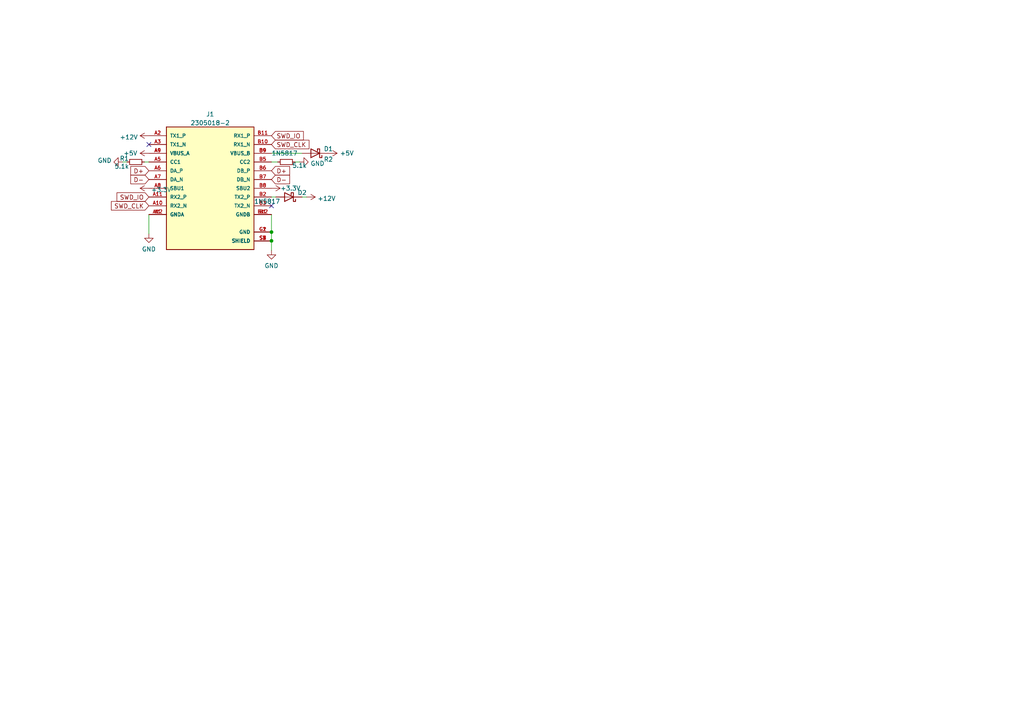
<source format=kicad_sch>
(kicad_sch (version 20211123) (generator eeschema)
  (paper "A4")
  (lib_symbols
    (symbol "2305018-2:2305018-2" (pin_names (offset 1.016))
      (property "Reference" "J" (at -12.7105 18.0489 0))
      (property "Value" "2305018-2" (at -12.71 -20.3361 0))
      (symbol "2305018-2_0_0"
        (rectangle (start -12.7 -17.78) (end 12.7 17.78) (stroke (width 0.254)) (fill (type background)))
        (pin passive line (at -17.78 -7.62 0) (length 5.08) (name "GNDA") (number "A1"))
        (pin passive line (at -17.78 -5.08 0) (length 5.08) (name "RX2_N") (number "A10"))
        (pin passive line (at -17.78 -2.54 0) (length 5.08) (name "RX2_P") (number "A11"))
        (pin passive line (at -17.78 -7.62 0) (length 5.08) (name "GNDA") (number "A12"))
        (pin passive line (at -17.78 15.24 0) (length 5.08) (name "TX1_P") (number "A2"))
        (pin passive line (at -17.78 12.7 0) (length 5.08) (name "TX1_N") (number "A3"))
        (pin passive line (at -17.78 10.16 0) (length 5.08) (name "VBUS_A") (number "A4"))
        (pin passive line (at -17.78 7.62 0) (length 5.08) (name "CC1") (number "A5"))
        (pin passive line (at -17.78 5.08 0) (length 5.08) (name "DA_P") (number "A6"))
        (pin passive line (at -17.78 2.54 0) (length 5.08) (name "DA_N") (number "A7"))
        (pin passive line (at -17.78 0 0) (length 5.08) (name "SBU1") (number "A8"))
        (pin passive line (at -17.78 10.16 0) (length 5.08) (name "VBUS_A") (number "A9"))
        (pin passive line (at 17.78 -7.62 180) (length 5.08) (name "GNDB") (number "B1"))
        (pin passive line (at 17.78 12.7 180) (length 5.08) (name "RX1_N") (number "B10"))
        (pin passive line (at 17.78 15.24 180) (length 5.08) (name "RX1_P") (number "B11"))
        (pin passive line (at 17.78 -7.62 180) (length 5.08) (name "GNDB") (number "B12"))
        (pin passive line (at 17.78 -2.54 180) (length 5.08) (name "TX2_P") (number "B2"))
        (pin passive line (at 17.78 -5.08 180) (length 5.08) (name "TX2_N") (number "B3"))
        (pin passive line (at 17.78 10.16 180) (length 5.08) (name "VBUS_B") (number "B4"))
        (pin passive line (at 17.78 7.62 180) (length 5.08) (name "CC2") (number "B5"))
        (pin passive line (at 17.78 5.08 180) (length 5.08) (name "DB_P") (number "B6"))
        (pin passive line (at 17.78 2.54 180) (length 5.08) (name "DB_N") (number "B7"))
        (pin passive line (at 17.78 0 180) (length 5.08) (name "SBU2") (number "B8"))
        (pin passive line (at 17.78 10.16 180) (length 5.08) (name "VBUS_B") (number "B9"))
        (pin power_in line (at 17.78 -12.7 180) (length 5.08) (name "GND") (number "G1"))
        (pin power_in line (at 17.78 -12.7 180) (length 5.08) (name "GND") (number "G2"))
        (pin power_in line (at 17.78 -15.24 180) (length 5.08) (name "SHIELD") (number "S1"))
        (pin power_in line (at 17.78 -15.24 180) (length 5.08) (name "SHIELD") (number "S2"))
        (pin power_in line (at 17.78 -15.24 180) (length 5.08) (name "SHIELD") (number "S3"))
        (pin power_in line (at 17.78 -15.24 180) (length 5.08) (name "SHIELD") (number "S4"))
      )
    )
    (symbol "Device:R_Small" (pin_numbers hide) (pin_names (offset 0.254) hide)
      (property "Reference" "R" (at 0.762 0.508 0))
      (property "Value" "R_Small" (at 0.762 -1.016 0))
      (symbol "R_Small_0_1"
        (rectangle (start -0.762 1.778) (end 0.762 -1.778) (stroke (width 0.2032)))
      )
      (symbol "R_Small_1_1"
        (pin passive line (at 0 2.54 270) (length 0.762) (name "~") (number "1"))
        (pin passive line (at 0 -2.54 90) (length 0.762) (name "~") (number "2"))
      )
    )
    (symbol "Diode:1N5817" (pin_numbers hide) (pin_names (offset 1.016) hide)
      (property "Reference" "D" (at 0 2.54 0))
      (property "Value" "1N5817" (at 0 -2.54 0))
      (symbol "1N5817_0_1"
        (polyline (pts (xy 1.27 0) (xy -1.27 0)))
        (polyline (pts (xy 1.27 1.27) (xy 1.27 -1.27) (xy -1.27 0) (xy 1.27 1.27)) (stroke (width 0.254)))
        (polyline (pts (xy -1.905 0.635) (xy -1.905 1.27) (xy -1.27 1.27) (xy -1.27 -1.27) (xy -0.635 -1.27) (xy -0.635 -0.635)) (stroke (width 0.254)))
      )
      (symbol "1N5817_1_1"
        (pin passive line (at -3.81 0 0) (length 2.54) (name "K") (number "1"))
        (pin passive line (at 3.81 0 180) (length 2.54) (name "A") (number "2"))
      )
    )
    (symbol "power:+12V" (power) (pin_names (offset 0))
      (property "Value" "+12V" (at 0 3.556 0))
      (symbol "+12V_0_1"
        (polyline (pts (xy -0.762 1.27) (xy 0 2.54)))
        (polyline (pts (xy 0 0) (xy 0 2.54)))
        (polyline (pts (xy 0 2.54) (xy 0.762 1.27)))
      )
      (symbol "+12V_1_1"
        (pin power_in line (at 0 0 90) (length 0) hide (name "+12V") (number "1"))
      )
    )
    (symbol "power:+3.3V" (power) (pin_names (offset 0))
      (property "Value" "+3.3V" (at 0 3.556 0))
      (symbol "+3.3V_0_1"
        (polyline (pts (xy -0.762 1.27) (xy 0 2.54)))
        (polyline (pts (xy 0 0) (xy 0 2.54)))
        (polyline (pts (xy 0 2.54) (xy 0.762 1.27)))
      )
      (symbol "+3.3V_1_1"
        (pin power_in line (at 0 0 90) (length 0) hide (name "+3.3V") (number "1"))
      )
    )
    (symbol "power:+5V" (power) (pin_names (offset 0))
      (property "Value" "+5V" (at 0 3.556 0))
      (symbol "+5V_0_1"
        (polyline (pts (xy -0.762 1.27) (xy 0 2.54)))
        (polyline (pts (xy 0 0) (xy 0 2.54)))
        (polyline (pts (xy 0 2.54) (xy 0.762 1.27)))
      )
      (symbol "+5V_1_1"
        (pin power_in line (at 0 0 90) (length 0) hide (name "+5V") (number "1"))
      )
    )
    (symbol "power:GND" (power) (pin_names (offset 0))
      (property "Value" "GND" (at 0 -3.81 0))
      (symbol "GND_0_1"
        (polyline (pts (xy 0 0) (xy 0 -1.27) (xy 1.27 -1.27) (xy 0 -2.54) (xy -1.27 -1.27) (xy 0 -1.27)))
      )
      (symbol "GND_1_1"
        (pin power_in line (at 0 0 270) (length 0) hide (name "GND") (number "1"))
      )
    )
  )
  (junction (at 78.74 69.85))
  (junction (at 78.74 67.31))
  (no_connect (at 78.74 59.69))
  (no_connect (at 43.18 41.91))
  (wire (pts (xy 78.74 69.85) (xy 78.74 72.644)))
  (wire (pts (xy 78.74 67.31) (xy 78.74 69.85)))
  (wire (pts (xy 36.83 46.99) (xy 35.56 46.99)))
  (wire (pts (xy 78.74 62.23) (xy 78.74 67.31)))
  (wire (pts (xy 78.74 46.99) (xy 80.518 46.99)))
  (wire (pts (xy 80.01 57.15) (xy 78.74 57.15)))
  (wire (pts (xy 43.18 62.23) (xy 43.18 67.818)))
  (wire (pts (xy 43.18 46.99) (xy 41.91 46.99)))
  (wire (pts (xy 87.63 44.45) (xy 78.74 44.45)))
  (wire (pts (xy 85.598 46.99) (xy 86.868 46.99)))
  (wire (pts (xy 88.9 57.15) (xy 87.63 57.15)))
  (global_label "SWD_IO" (shape input) (at 78.74 39.37 0) (property "Intersheet References" "${INTERSHEET_REFS}" (effects hide)))
  (global_label "D-" (shape input) (at 43.18 52.07 180) (property "Intersheet References" "${INTERSHEET_REFS}" (effects hide)))
  (global_label "D+" (shape input) (at 43.18 49.53 180) (property "Intersheet References" "${INTERSHEET_REFS}" (effects hide)))
  (global_label "SWD_CLK" (shape input) (at 78.74 41.91 0) (property "Intersheet References" "${INTERSHEET_REFS}" (effects hide)))
  (global_label "D-" (shape input) (at 78.74 52.07 0) (property "Intersheet References" "${INTERSHEET_REFS}" (effects hide)))
  (global_label "SWD_CLK" (shape input) (at 43.18 59.69 180) (property "Intersheet References" "${INTERSHEET_REFS}" (effects hide)))
  (global_label "SWD_IO" (shape input) (at 43.18 57.15 180) (property "Intersheet References" "${INTERSHEET_REFS}" (effects hide)))
  (global_label "D+" (shape input) (at 78.74 49.53 0) (property "Intersheet References" "${INTERSHEET_REFS}" (effects hide)))
  (symbol (lib_id "Device:R_Small") (at 83.058 46.99 90) (unit 1)
    (property "Reference" "R2" (at 95.25 46.228 90))
    (property "Value" "5.1k" (at 86.868 48.006 90))
    (property "Footprint" "Resistor_SMD:R_0402_1005Metric_Pad0.72x0.64mm_HandSolder" (effects hide))
  )
  (symbol (lib_id "power:+12V") (at 43.18 39.37 90) (unit 1)
    (property "Reference" "#PWR?" (effects hide))
    (property "Value" "+12V" (at 40.005 39.8038 90) (effects (justify left)))
  )
  (symbol (lib_id "power:GND") (at 78.74 72.644 0) (unit 1)
    (property "Reference" "#PWR0112" (effects hide))
    (property "Value" "GND" (at 78.74 77.0874 0))
  )
  (symbol (lib_id "power:GND") (at 35.56 46.99 270) (unit 1)
    (property "Reference" "#PWR0114" (effects hide))
    (property "Value" "GND" (at 32.385 46.5562 90) (effects (justify right)))
  )
  (symbol (lib_id "power:GND") (at 43.18 67.818 0) (unit 1)
    (property "Reference" "#PWR03" (effects hide))
    (property "Value" "GND" (at 43.18 72.2614 0))
  )
  (symbol (lib_id "power:+12V") (at 88.9 57.15 270) (unit 1)
    (property "Reference" "#PWR?" (effects hide))
    (property "Value" "+12V" (at 92.075 57.5838 90) (effects (justify left)))
  )
  (symbol (lib_id "power:GND") (at 86.868 46.99 90) (unit 1)
    (property "Reference" "#PWR0113" (effects hide))
    (property "Value" "GND" (at 90.043 47.4238 90) (effects (justify right)))
  )
  (symbol (lib_id "power:+5V") (at 95.25 44.45 270) (unit 1)
    (property "Reference" "#PWR04" (effects hide))
    (property "Value" "+5V" (at 98.552 44.45 90) (effects (justify left)))
  )
  (symbol (lib_id "power:+5V") (at 43.18 44.45 90) (unit 1)
    (property "Reference" "#PWR01" (effects hide))
    (property "Value" "+5V" (at 39.878 44.45 90) (effects (justify left)))
  )
  (symbol (lib_id "Device:R_Small") (at 39.37 46.99 270) (unit 1)
    (property "Reference" "R1" (at 36.068 45.974 90))
    (property "Value" "5.1k" (at 35.306 48.26 90))
    (property "Footprint" "Resistor_SMD:R_0402_1005Metric_Pad0.72x0.64mm_HandSolder" (effects hide))
  )
  (symbol (lib_id "power:+3.3V") (at 43.18 54.61 90) (unit 1)
    (property "Reference" "#PWR02" (effects hide))
    (property "Value" "+3.3V" (at 43.815 55.0438 90) (effects (justify right)))
  )
  (symbol (lib_id "Diode:1N5817") (at 91.44 44.45 180) (unit 1)
    (property "Reference" "D1" (at 95.25 43.18 0))
    (property "Value" "1N5817" (at 82.55 44.45 0))
    (property "Footprint" "Diode_SMD:D_SOD-123F" (effects hide))
    (property "Datasheet" "http://www.vishay.com/docs/88525/1n5817.pdf" (effects hide))
  )
  (symbol (lib_id "2305018-2:2305018-2") (at 60.96 54.61 0) (unit 1)
    (property "Reference" "J1" (at 60.96 33.1302 0))
    (property "Value" "2305018-2" (at 60.96 35.6671 0))
    (property "Footprint" "USB TYPE C:TE_2305018-2" (effects hide))
    (property "Comment" "2305018-2" (effects hide))
  )
  (symbol (lib_id "Diode:1N5817") (at 83.82 57.15 180) (unit 1)
    (property "Reference" "D2" (at 87.63 55.88 0))
    (property "Value" "1N5817" (at 77.47 58.42 0))
    (property "Footprint" "Diode_SMD:D_SOD-123F" (effects hide))
    (property "Datasheet" "http://www.vishay.com/docs/88525/1n5817.pdf" (effects hide))
  )
  (symbol (lib_id "power:+3.3V") (at 78.74 54.61 270) (unit 1)
    (property "Reference" "#PWR0110" (effects hide))
    (property "Value" "+3.3V" (at 81.28 54.61 90) (effects (justify left)))
  )
)
</source>
